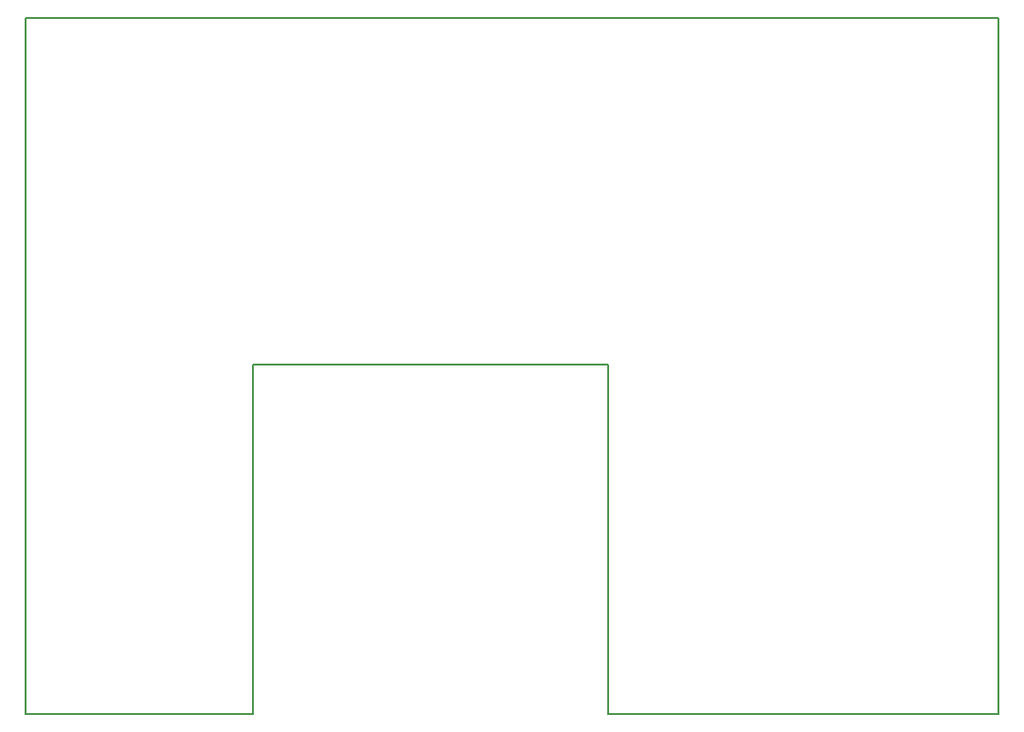
<source format=gm1>
G04 #@! TF.FileFunction,Profile,NP*
%FSLAX46Y46*%
G04 Gerber Fmt 4.6, Leading zero omitted, Abs format (unit mm)*
G04 Created by KiCad (PCBNEW 4.0.7) date Monday 12 March 2018 21:09:51*
%MOMM*%
%LPD*%
G01*
G04 APERTURE LIST*
%ADD10C,0.100000*%
%ADD11C,0.150000*%
G04 APERTURE END LIST*
D10*
D11*
X252476000Y-93853000D02*
X252476000Y-94107000D01*
X165481000Y-93853000D02*
X252476000Y-93853000D01*
X165481000Y-93980000D02*
X165481000Y-93853000D01*
X165481000Y-94107000D02*
X165481000Y-93980000D01*
X165481000Y-145034000D02*
X165481000Y-94107000D01*
X165481000Y-156083000D02*
X165481000Y-145034000D01*
X185801000Y-156083000D02*
X165481000Y-156083000D01*
X185801000Y-124841000D02*
X185801000Y-156083000D01*
X217551000Y-124841000D02*
X185801000Y-124841000D01*
X217551000Y-156083000D02*
X217551000Y-124841000D01*
X252476000Y-156083000D02*
X217551000Y-156083000D01*
X252476000Y-94107000D02*
X252476000Y-156083000D01*
M02*

</source>
